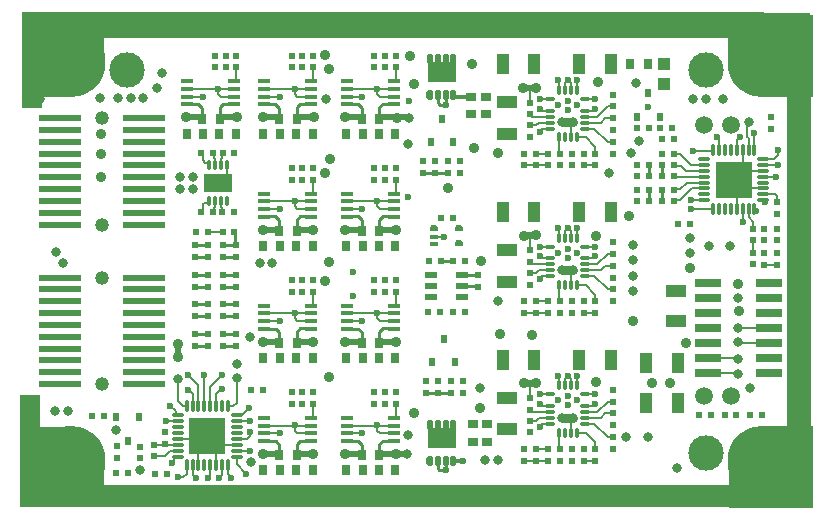
<source format=gbl>
G04 Layer_Physical_Order=10*
G04 Layer_Color=16711680*
%FSLAX44Y44*%
%MOMM*%
G71*
G01*
G75*
G04:AMPARAMS|DCode=14|XSize=0.3mm|YSize=0.8mm|CornerRadius=0.075mm|HoleSize=0mm|Usage=FLASHONLY|Rotation=270.000|XOffset=0mm|YOffset=0mm|HoleType=Round|Shape=RoundedRectangle|*
%AMROUNDEDRECTD14*
21,1,0.3000,0.6500,0,0,270.0*
21,1,0.1500,0.8000,0,0,270.0*
1,1,0.1500,-0.3250,-0.0750*
1,1,0.1500,-0.3250,0.0750*
1,1,0.1500,0.3250,0.0750*
1,1,0.1500,0.3250,-0.0750*
%
%ADD14ROUNDEDRECTD14*%
%ADD17R,0.7000X0.9000*%
%ADD31R,0.6000X0.6000*%
%ADD32R,0.6000X0.6000*%
%ADD35C,0.2000*%
%ADD36C,0.5000*%
%ADD37C,0.2500*%
%ADD39C,0.8000*%
%ADD41R,4.2000X6.1500*%
%ADD42R,2.0750X33.7300*%
%ADD43R,6.9750X4.2000*%
%ADD47C,1.1900*%
%ADD48C,3.0000*%
%ADD49C,6.0000*%
%ADD50C,1.5000*%
%ADD51C,0.8000*%
%ADD52C,0.9000*%
%ADD53C,0.6000*%
%ADD55R,1.6750X3.9000*%
%ADD56R,1.6750X5.5750*%
%ADD57R,1.6750X0.9000*%
%ADD58R,0.9000X1.6750*%
%ADD59R,1.4000X33.7300*%
%ADD60R,4.2000X6.9750*%
%ADD61R,6.4000X4.2000*%
%ADD62R,58.7500X1.1250*%
%ADD63R,58.8000X1.6000*%
%ADD64C,0.6000*%
%ADD71C,0.3000*%
%ADD76R,0.5500X0.8000*%
%ADD77R,1.0000X1.1000*%
%ADD78R,0.8000X0.9000*%
G04:AMPARAMS|DCode=79|XSize=0.45mm|YSize=0.9mm|CornerRadius=0.1125mm|HoleSize=0mm|Usage=FLASHONLY|Rotation=0.000|XOffset=0mm|YOffset=0mm|HoleType=Round|Shape=RoundedRectangle|*
%AMROUNDEDRECTD79*
21,1,0.4500,0.6750,0,0,0.0*
21,1,0.2250,0.9000,0,0,0.0*
1,1,0.2250,0.1125,-0.3375*
1,1,0.2250,-0.1125,-0.3375*
1,1,0.2250,-0.1125,0.3375*
1,1,0.2250,0.1125,0.3375*
%
%ADD79ROUNDEDRECTD79*%
%ADD80R,2.4000X1.7000*%
%ADD81R,1.1000X1.7000*%
%ADD82R,2.2000X0.6500*%
G04:AMPARAMS|DCode=83|XSize=0.4mm|YSize=1.1mm|CornerRadius=0.1mm|HoleSize=0mm|Usage=FLASHONLY|Rotation=270.000|XOffset=0mm|YOffset=0mm|HoleType=Round|Shape=RoundedRectangle|*
%AMROUNDEDRECTD83*
21,1,0.4000,0.9000,0,0,270.0*
21,1,0.2000,1.1000,0,0,270.0*
1,1,0.2000,-0.4500,-0.1000*
1,1,0.2000,-0.4500,0.1000*
1,1,0.2000,0.4500,0.1000*
1,1,0.2000,0.4500,-0.1000*
%
%ADD83ROUNDEDRECTD83*%
%ADD84R,1.7000X1.1000*%
G04:AMPARAMS|DCode=85|XSize=0.3mm|YSize=0.8mm|CornerRadius=0.075mm|HoleSize=0mm|Usage=FLASHONLY|Rotation=0.000|XOffset=0mm|YOffset=0mm|HoleType=Round|Shape=RoundedRectangle|*
%AMROUNDEDRECTD85*
21,1,0.3000,0.6500,0,0,0.0*
21,1,0.1500,0.8000,0,0,0.0*
1,1,0.1500,0.0750,-0.3250*
1,1,0.1500,-0.0750,-0.3250*
1,1,0.1500,-0.0750,0.3250*
1,1,0.1500,0.0750,0.3250*
%
%ADD85ROUNDEDRECTD85*%
G04:AMPARAMS|DCode=86|XSize=0.27mm|YSize=0.45mm|CornerRadius=0.0675mm|HoleSize=0mm|Usage=FLASHONLY|Rotation=0.000|XOffset=0mm|YOffset=0mm|HoleType=Round|Shape=RoundedRectangle|*
%AMROUNDEDRECTD86*
21,1,0.2700,0.3150,0,0,0.0*
21,1,0.1350,0.4500,0,0,0.0*
1,1,0.1350,0.0675,-0.1575*
1,1,0.1350,-0.0675,-0.1575*
1,1,0.1350,-0.0675,0.1575*
1,1,0.1350,0.0675,0.1575*
%
%ADD86ROUNDEDRECTD86*%
%ADD87R,1.8000X1.0000*%
%ADD88R,3.5500X0.6100*%
%ADD89R,1.0000X0.5500*%
%ADD90R,0.8000X0.4000*%
G04:AMPARAMS|DCode=91|XSize=0.3mm|YSize=1mm|CornerRadius=0.075mm|HoleSize=0mm|Usage=FLASHONLY|Rotation=0.000|XOffset=0mm|YOffset=0mm|HoleType=Round|Shape=RoundedRectangle|*
%AMROUNDEDRECTD91*
21,1,0.3000,0.8500,0,0,0.0*
21,1,0.1500,1.0000,0,0,0.0*
1,1,0.1500,0.0750,-0.4250*
1,1,0.1500,-0.0750,-0.4250*
1,1,0.1500,-0.0750,0.4250*
1,1,0.1500,0.0750,0.4250*
%
%ADD91ROUNDEDRECTD91*%
G04:AMPARAMS|DCode=92|XSize=0.3mm|YSize=1mm|CornerRadius=0.075mm|HoleSize=0mm|Usage=FLASHONLY|Rotation=90.000|XOffset=0mm|YOffset=0mm|HoleType=Round|Shape=RoundedRectangle|*
%AMROUNDEDRECTD92*
21,1,0.3000,0.8500,0,0,90.0*
21,1,0.1500,1.0000,0,0,90.0*
1,1,0.1500,0.4250,0.0750*
1,1,0.1500,0.4250,-0.0750*
1,1,0.1500,-0.4250,-0.0750*
1,1,0.1500,-0.4250,0.0750*
%
%ADD92ROUNDEDRECTD92*%
%ADD93R,3.1500X3.1500*%
%ADD94R,3.1500X3.1500*%
%ADD95R,2.4000X1.6500*%
%ADD96R,0.9000X0.7000*%
%ADD97R,58.8500X2.2750*%
%ADD98R,58.8500X1.9000*%
D14*
X406571Y281243D02*
D03*
Y286243D02*
D03*
Y291243D02*
D03*
Y296243D02*
D03*
Y306243D02*
D03*
X436571D02*
D03*
Y296243D02*
D03*
Y291243D02*
D03*
Y286243D02*
D03*
Y281243D02*
D03*
X406571Y156243D02*
D03*
Y161243D02*
D03*
Y166243D02*
D03*
Y171243D02*
D03*
Y181243D02*
D03*
X436571D02*
D03*
Y171243D02*
D03*
Y166243D02*
D03*
Y161243D02*
D03*
Y156243D02*
D03*
X406571Y31242D02*
D03*
Y36242D02*
D03*
Y41242D02*
D03*
Y46242D02*
D03*
Y56242D02*
D03*
X436571D02*
D03*
Y46242D02*
D03*
Y41242D02*
D03*
Y36242D02*
D03*
Y31242D02*
D03*
D17*
X127250Y289500D02*
D03*
X112250D02*
D03*
X192250D02*
D03*
X177250D02*
D03*
X262250D02*
D03*
X247250D02*
D03*
X192250Y194500D02*
D03*
X177250D02*
D03*
X262250D02*
D03*
X247250D02*
D03*
X192250Y99500D02*
D03*
X177250D02*
D03*
X262250D02*
D03*
X247250D02*
D03*
X192250Y4500D02*
D03*
X177250D02*
D03*
X262250D02*
D03*
X247250D02*
D03*
X489250Y335750D02*
D03*
X474250D02*
D03*
D31*
X330750Y254000D02*
D03*
Y244000D02*
D03*
X320167Y254000D02*
D03*
Y244000D02*
D03*
X299000Y254000D02*
D03*
Y244000D02*
D03*
X333000Y57500D02*
D03*
Y67500D02*
D03*
X322417Y57500D02*
D03*
Y67500D02*
D03*
X301250Y57500D02*
D03*
Y67500D02*
D03*
X309583Y254000D02*
D03*
Y244000D02*
D03*
X311833Y57500D02*
D03*
Y67500D02*
D03*
X593750Y290750D02*
D03*
Y280750D02*
D03*
X588000Y196500D02*
D03*
Y186500D02*
D03*
X599000Y196500D02*
D03*
Y186500D02*
D03*
X588000Y176000D02*
D03*
Y166000D02*
D03*
X599000D02*
D03*
Y176000D02*
D03*
X188000Y48000D02*
D03*
Y58000D02*
D03*
X258000D02*
D03*
Y48000D02*
D03*
X188000Y143000D02*
D03*
Y153000D02*
D03*
X258000D02*
D03*
Y143000D02*
D03*
X188000Y238000D02*
D03*
Y248000D02*
D03*
X258000D02*
D03*
Y238000D02*
D03*
Y333000D02*
D03*
Y343000D02*
D03*
X188000D02*
D03*
Y333000D02*
D03*
X123000D02*
D03*
Y343000D02*
D03*
X117437Y107500D02*
D03*
Y97500D02*
D03*
X140719D02*
D03*
Y107500D02*
D03*
X117437Y132417D02*
D03*
Y122417D02*
D03*
X140719D02*
D03*
Y132417D02*
D03*
X117437Y157333D02*
D03*
Y147333D02*
D03*
X140719D02*
D03*
Y157333D02*
D03*
Y172250D02*
D03*
Y182250D02*
D03*
X117437D02*
D03*
Y172250D02*
D03*
X389571Y43243D02*
D03*
Y53243D02*
D03*
Y178242D02*
D03*
Y168242D02*
D03*
Y293242D02*
D03*
Y303242D02*
D03*
X425000Y10000D02*
D03*
Y0D02*
D03*
Y125000D02*
D03*
Y135000D02*
D03*
Y260000D02*
D03*
Y250000D02*
D03*
X460000Y20000D02*
D03*
Y10000D02*
D03*
Y135000D02*
D03*
Y145000D02*
D03*
Y270000D02*
D03*
Y260000D02*
D03*
X389571Y23993D02*
D03*
Y33993D02*
D03*
Y158993D02*
D03*
Y148993D02*
D03*
Y273993D02*
D03*
Y283993D02*
D03*
X405000Y0D02*
D03*
Y10000D02*
D03*
Y135000D02*
D03*
Y125000D02*
D03*
Y250000D02*
D03*
Y260000D02*
D03*
X206000Y58000D02*
D03*
Y48000D02*
D03*
X276000D02*
D03*
Y58000D02*
D03*
X206000Y153000D02*
D03*
Y143000D02*
D03*
X276000D02*
D03*
Y153000D02*
D03*
X206000Y248000D02*
D03*
Y238000D02*
D03*
X276000D02*
D03*
Y248000D02*
D03*
Y343000D02*
D03*
Y333000D02*
D03*
X206000D02*
D03*
Y343000D02*
D03*
X141000D02*
D03*
Y333000D02*
D03*
X197000Y48000D02*
D03*
Y58000D02*
D03*
X267000D02*
D03*
Y48000D02*
D03*
X197000Y143000D02*
D03*
Y153000D02*
D03*
X267000D02*
D03*
Y143000D02*
D03*
X197000Y238000D02*
D03*
Y248000D02*
D03*
X267000D02*
D03*
Y238000D02*
D03*
Y333000D02*
D03*
Y343000D02*
D03*
X197000D02*
D03*
Y333000D02*
D03*
X132000D02*
D03*
Y343000D02*
D03*
X106094Y107500D02*
D03*
Y97500D02*
D03*
X129375D02*
D03*
Y107500D02*
D03*
X106094Y132417D02*
D03*
Y122417D02*
D03*
X129375D02*
D03*
Y132417D02*
D03*
X106094Y157333D02*
D03*
Y147333D02*
D03*
X129375D02*
D03*
Y157333D02*
D03*
Y172250D02*
D03*
Y182250D02*
D03*
X106094D02*
D03*
Y172250D02*
D03*
X460000Y60000D02*
D03*
Y50000D02*
D03*
Y175000D02*
D03*
Y185000D02*
D03*
Y310000D02*
D03*
Y300000D02*
D03*
X395000Y10000D02*
D03*
Y0D02*
D03*
Y125000D02*
D03*
Y135000D02*
D03*
Y260000D02*
D03*
Y250000D02*
D03*
X415000Y0D02*
D03*
Y10000D02*
D03*
Y135000D02*
D03*
Y125000D02*
D03*
Y250000D02*
D03*
Y260000D02*
D03*
X435000Y0D02*
D03*
Y10000D02*
D03*
Y135000D02*
D03*
Y125000D02*
D03*
Y250000D02*
D03*
Y260000D02*
D03*
X345250Y147500D02*
D03*
Y157500D02*
D03*
X445000Y0D02*
D03*
Y10000D02*
D03*
Y135000D02*
D03*
Y125000D02*
D03*
Y250000D02*
D03*
Y260000D02*
D03*
X460000Y40000D02*
D03*
Y30000D02*
D03*
Y155000D02*
D03*
Y165000D02*
D03*
Y290000D02*
D03*
Y280000D02*
D03*
X385000Y10000D02*
D03*
Y0D02*
D03*
Y125000D02*
D03*
Y135000D02*
D03*
Y260000D02*
D03*
Y250000D02*
D03*
X599000Y218750D02*
D03*
Y208750D02*
D03*
X59500Y2000D02*
D03*
Y12000D02*
D03*
X39750Y12250D02*
D03*
Y2250D02*
D03*
X578750Y176250D02*
D03*
Y166250D02*
D03*
X578500Y196500D02*
D03*
Y186500D02*
D03*
X80500Y24500D02*
D03*
Y14500D02*
D03*
X71500Y13750D02*
D03*
Y3750D02*
D03*
D32*
X121250Y260500D02*
D03*
X111250D02*
D03*
Y210500D02*
D03*
X121250D02*
D03*
X129250D02*
D03*
X139250D02*
D03*
X139500Y260500D02*
D03*
X129500D02*
D03*
X511500Y272000D02*
D03*
X501500D02*
D03*
X515250Y200750D02*
D03*
X525250D02*
D03*
X19000Y37500D02*
D03*
X29000D02*
D03*
X554500Y39000D02*
D03*
X564500D02*
D03*
X543000Y39000D02*
D03*
X533000D02*
D03*
X586000Y39000D02*
D03*
X576000D02*
D03*
X334250Y168750D02*
D03*
X324250D02*
D03*
X490500Y219500D02*
D03*
X480500D02*
D03*
X511500D02*
D03*
X501500D02*
D03*
X490500Y229000D02*
D03*
X480500D02*
D03*
X511500D02*
D03*
X501500D02*
D03*
X490500Y241000D02*
D03*
X480500D02*
D03*
X511500D02*
D03*
X501500D02*
D03*
Y260000D02*
D03*
X511500D02*
D03*
Y250500D02*
D03*
X501500D02*
D03*
X490500D02*
D03*
X480500D02*
D03*
X107250Y193750D02*
D03*
X117250D02*
D03*
X39250Y-10750D02*
D03*
X49250D02*
D03*
X153250Y60250D02*
D03*
X163250D02*
D03*
X324500Y205250D02*
D03*
X314500D02*
D03*
X304000Y168750D02*
D03*
X314000D02*
D03*
X303750Y126250D02*
D03*
X313750D02*
D03*
X139500Y193750D02*
D03*
X129500D02*
D03*
X324250Y126250D02*
D03*
X334250D02*
D03*
X499500Y281750D02*
D03*
X509500D02*
D03*
X480500Y281750D02*
D03*
X490500D02*
D03*
X72000Y-11000D02*
D03*
X82000D02*
D03*
D35*
X588000Y166000D02*
X599000D01*
X125500Y314750D02*
X139500D01*
X260500D02*
X274500D01*
X190500D02*
X204500D01*
X53000Y85000D02*
X62550D01*
X48250Y95000D02*
X62550D01*
X87750Y3500D02*
X91500D01*
X96250Y-14000D02*
X99000Y-11250D01*
Y-4000D01*
X104000Y-11750D02*
X106250Y-14000D01*
X104000Y-11750D02*
Y-4000D01*
X81750Y33500D02*
X91500D01*
X85250Y46500D02*
X90000Y41750D01*
Y38500D02*
Y41750D01*
Y38500D02*
X91500D01*
X91250Y69500D02*
X91750Y69000D01*
Y50500D02*
Y69000D01*
Y50500D02*
X96250Y46000D01*
X99000D01*
X71500Y3750D02*
X80250D01*
X85000Y8500D01*
X91500D01*
X71750Y13500D02*
X91500D01*
X109000Y-4000D02*
Y13500D01*
X91500Y18500D02*
X114000D01*
X599750Y259000D02*
Y262750D01*
X596250Y255500D02*
X599750Y259000D01*
X587250Y255500D02*
X596250D01*
X393750Y314750D02*
X394500D01*
X389571Y53243D02*
Y65679D01*
Y189750D02*
X394500D01*
X389571Y178242D02*
Y189750D01*
X569750Y201750D02*
Y213000D01*
X578750Y176250D02*
Y186250D01*
X578500Y196500D02*
Y202250D01*
X574750Y206000D02*
X578500Y202250D01*
X574750Y206000D02*
Y213000D01*
X587250Y240500D02*
X597500D01*
X564750Y271750D02*
X567250Y274250D01*
X564750Y263000D02*
Y271750D01*
X569750Y245500D02*
Y263000D01*
X562250Y238000D02*
X569750Y245500D01*
X587250D01*
X599000Y217250D02*
Y223750D01*
X597250Y225500D02*
X599000Y223750D01*
X587250Y225500D02*
X597250D01*
X564750Y213000D02*
Y235500D01*
X569750Y230500D02*
X587250D01*
X141500Y33500D02*
X153250D01*
X151500Y44250D02*
Y44750D01*
X145750Y38500D02*
X151500Y44250D01*
X141500Y38500D02*
X145750D01*
X124000Y13500D02*
X141500D01*
X116500Y21000D02*
X124000Y13500D01*
Y-4000D02*
Y13500D01*
X164500Y23250D02*
X178250D01*
X141500Y49000D02*
Y70250D01*
X138500Y46000D02*
X141500Y49000D01*
X134000Y46000D02*
X138500D01*
X141500Y-3000D02*
X149500Y-11000D01*
X141500Y-3000D02*
Y3500D01*
X134000Y-11500D02*
X136750Y-14250D01*
X134000Y-11500D02*
Y-4000D01*
X126500Y-14250D02*
X129000Y-11750D01*
Y-4000D01*
X389571Y303242D02*
Y315250D01*
X455500Y175000D02*
X460000D01*
X395000Y260000D02*
X405000D01*
X395000Y135000D02*
X405000D01*
X395000Y10000D02*
X405000D01*
X414071Y135929D02*
Y148743D01*
X424071Y282571D02*
X427000Y285500D01*
X424071Y273743D02*
Y282571D01*
X414071Y260929D02*
Y273743D01*
X395000Y250000D02*
X405000D01*
X385000D02*
X395000D01*
X397750Y278750D02*
X400243Y281243D01*
X406571D01*
X396992Y286243D02*
X406571D01*
X394743Y283993D02*
X396992Y286243D01*
X389571Y283993D02*
X394743D01*
X455500Y300000D02*
X460000D01*
X446743Y291243D02*
X455500Y300000D01*
X436571Y291243D02*
X446743D01*
X453500Y290000D02*
X460000D01*
X449743Y286243D02*
X453500Y290000D01*
X436571Y286243D02*
X449743D01*
X455500Y270000D02*
X460000D01*
X444258Y281243D02*
X455500Y270000D01*
X436571Y281243D02*
X444258D01*
X445000Y260000D02*
Y265750D01*
X437007Y273743D02*
X445000Y265750D01*
X429071Y273743D02*
X437007D01*
X391571Y291243D02*
X406571D01*
X419071Y319571D02*
X421500Y322000D01*
X419071Y313743D02*
Y319571D01*
X421500Y322000D02*
X424071Y319429D01*
Y313743D02*
Y319429D01*
X429071Y313743D02*
Y321321D01*
X414071Y313743D02*
Y321179D01*
X399757Y296243D02*
X406571D01*
X436571D02*
X443242D01*
X436571Y306243D02*
X444992D01*
X398008D02*
X406571D01*
X424071Y157571D02*
X427000Y160500D01*
X424071Y148743D02*
Y157571D01*
X395000Y125000D02*
X405000D01*
X385000D02*
X395000D01*
X397750Y153750D02*
X400243Y156243D01*
X406571D01*
X396992Y161243D02*
X406571D01*
X394743Y158993D02*
X396992Y161243D01*
X389571Y158993D02*
X394743D01*
X446743Y166243D02*
X455500Y175000D01*
X436571Y166243D02*
X446743D01*
X453500Y165000D02*
X460000D01*
X449743Y161243D02*
X453500Y165000D01*
X436571Y161243D02*
X449743D01*
X455500Y145000D02*
X460000D01*
X444258Y156243D02*
X455500Y145000D01*
X436571Y156243D02*
X444258D01*
X445000Y135000D02*
Y140750D01*
X437007Y148743D02*
X445000Y140750D01*
X429071Y148743D02*
X437007D01*
X391571Y166243D02*
X406571D01*
X419071Y194571D02*
X421500Y197000D01*
X419071Y188743D02*
Y194571D01*
X421500Y197000D02*
X424071Y194429D01*
Y188743D02*
Y194429D01*
X429071Y188743D02*
Y196321D01*
X414071Y188743D02*
Y196179D01*
X399757Y171243D02*
X406571D01*
X436571D02*
X443242D01*
X436571Y181243D02*
X444992D01*
X398008D02*
X406571D01*
X99500Y308250D02*
X112750D01*
X127750D02*
X139500D01*
X99500Y314750D02*
X125500D01*
Y315000D01*
Y310500D02*
Y314750D01*
Y310500D02*
X127750Y308250D01*
X141000Y322750D02*
Y333000D01*
X139500Y321250D02*
X141000Y322750D01*
X164500Y308250D02*
X177750D01*
X192750D02*
X204500D01*
X190500Y314750D02*
Y315000D01*
X164500Y314750D02*
X190500D01*
Y310500D02*
Y314750D01*
Y310500D02*
X192750Y308250D01*
X206000Y322750D02*
Y333000D01*
X204500Y321250D02*
X206000Y322750D01*
X234500Y308250D02*
X247750D01*
X262750D02*
X274500D01*
X260500Y314750D02*
Y315000D01*
X234500Y314750D02*
X260500D01*
Y310500D02*
Y314750D01*
Y310500D02*
X262750Y308250D01*
X276000Y322750D02*
Y333000D01*
X274500Y321250D02*
X276000Y322750D01*
X164500Y213250D02*
X177750D01*
X190500Y219750D02*
X204500D01*
X192750Y213250D02*
X204500D01*
X190500Y219750D02*
Y220000D01*
X164500Y219750D02*
X190500D01*
Y215500D02*
Y219750D01*
Y215500D02*
X192750Y213250D01*
X206000Y227750D02*
Y238000D01*
X204500Y226250D02*
X206000Y227750D01*
X234500Y213250D02*
X247750D01*
X260500Y219750D02*
X274500D01*
X262750Y213250D02*
X274500D01*
X260500Y219750D02*
Y220000D01*
X234500Y219750D02*
X260500D01*
Y215500D02*
Y219750D01*
Y215500D02*
X262750Y213250D01*
X276000Y227750D02*
Y238000D01*
X274500Y226250D02*
X276000Y227750D01*
X234500Y118250D02*
X247750D01*
X260500Y124750D02*
X274500D01*
X262750Y118250D02*
X274500D01*
X260500Y120500D02*
X262750Y118250D01*
X260500Y124750D02*
Y125000D01*
X234500Y124750D02*
X260500D01*
Y120500D02*
Y124750D01*
X276000Y132750D02*
Y143000D01*
X274500Y131250D02*
X276000Y132750D01*
X164500Y118250D02*
X177750D01*
X190500Y124750D02*
X204500D01*
X192750Y118250D02*
X204500D01*
X190500Y120500D02*
X192750Y118250D01*
X190500Y124750D02*
Y125000D01*
Y120500D02*
Y124750D01*
X164500D02*
X190500D01*
X206000Y132750D02*
Y143000D01*
X204500Y131250D02*
X206000Y132750D01*
X190500Y29750D02*
X204500D01*
X192750Y23250D02*
X204500D01*
X190500Y29750D02*
Y30000D01*
X164500Y29750D02*
X190500D01*
Y25500D02*
Y29750D01*
Y25500D02*
X192750Y23250D01*
X206000Y37750D02*
Y48000D01*
X204500Y36250D02*
X206000Y37750D01*
X274500Y36250D02*
X276000Y37750D01*
Y48000D01*
X234500Y23250D02*
X247750D01*
X260500Y29750D02*
X274500D01*
X234500D02*
X260500D01*
Y30000D01*
Y25500D02*
Y29750D01*
Y25500D02*
X262750Y23250D01*
X274500D01*
X-17750Y105000D02*
X-8550D01*
Y115000D02*
X-8500D01*
X-1000Y125250D02*
X-750Y125000D01*
X-8550D02*
X-750D01*
X-8550Y135000D02*
X0D01*
X62550Y95000D02*
X71000D01*
X62550Y85000D02*
X76000D01*
X114000Y46000D02*
Y72250D01*
X124000Y46000D02*
Y56500D01*
X128000Y60500D01*
X119000Y46000D02*
Y62750D01*
X128000Y71750D01*
Y60500D02*
X128500D01*
X128750D01*
X128000Y71750D02*
X128500D01*
X99000Y60500D02*
X99750D01*
X104000Y56250D01*
Y46000D02*
Y56250D01*
X99000Y71750D02*
X101250D01*
X109000Y64000D01*
Y46000D02*
Y64000D01*
X511750Y240500D02*
X537250D01*
X527250Y262000D02*
X545000D01*
X549750Y263000D02*
Y272750D01*
X548250Y274250D02*
X549750Y272750D01*
X526000Y213000D02*
X544750D01*
X526000Y220500D02*
X537250D01*
X511500Y260000D02*
X516750D01*
X526250Y250500D01*
X537250D01*
X511500Y249750D02*
X517250D01*
X521500Y245500D01*
X537250D01*
X517000Y230000D02*
X522500Y235500D01*
X537250D01*
X516500Y220500D02*
X526500Y230500D01*
X537250D01*
X511500Y220500D02*
X516500D01*
X511500Y230000D02*
X517000D01*
X398008Y56242D02*
X406571D01*
X436571D02*
X444992D01*
X436571Y46242D02*
X443242D01*
X399757D02*
X406571D01*
X414071Y63742D02*
Y71179D01*
X429071Y63742D02*
Y71321D01*
X424071Y63742D02*
Y69429D01*
X421500Y72000D02*
X424071Y69429D01*
X419071Y63742D02*
Y69571D01*
X421500Y72000D01*
X391571Y41242D02*
X406571D01*
X429071Y23742D02*
X437007D01*
X445000Y15750D01*
Y10000D02*
Y15750D01*
X436571Y31242D02*
X444258D01*
X455500Y20000D01*
X460000D01*
X436571Y36242D02*
X449743D01*
X453500Y40000D01*
X460000D01*
X436571Y41242D02*
X446743D01*
X455500Y50000D01*
X460000D01*
X389571Y33993D02*
X394743D01*
X396992Y36242D01*
X406571D01*
X400243Y31242D02*
X406571D01*
X397750Y28750D02*
X400243Y31242D01*
X385000Y0D02*
X395000D01*
X405000D01*
X414071Y10929D02*
Y23742D01*
X424071D02*
Y32571D01*
X427000Y35500D01*
X308250Y189750D02*
X317000D01*
X579750Y263000D02*
Y277000D01*
X579750Y277000D02*
X579750Y277000D01*
X587250Y250500D02*
X599750D01*
X435000Y250000D02*
X445000D01*
X435000Y125000D02*
X445000D01*
X435000Y0D02*
X445000D01*
X574750Y263000D02*
Y273000D01*
X573750Y274000D02*
X574750Y273000D01*
X573750Y274000D02*
Y286250D01*
X141500Y8500D02*
X152000D01*
X153000Y9500D01*
X540000Y86600D02*
X565650D01*
X566000Y112000D02*
X592000D01*
X565800Y99300D02*
X592000D01*
X-8550Y145000D02*
X3750D01*
X4000D01*
X540000Y73900D02*
X565850D01*
X119000Y-12000D02*
Y-4000D01*
X116750Y-14250D02*
X119000Y-12000D01*
X91500Y-14000D02*
X96250D01*
X87750Y3500D02*
X88250Y3000D01*
X87000Y-2250D02*
X88250Y-1000D01*
Y3000D01*
X141500Y18500D02*
X150500D01*
X152750Y20750D01*
Y23500D01*
X128500Y256250D02*
Y259500D01*
X117250Y193750D02*
X129500D01*
X132750Y239500D02*
Y249750D01*
X127750Y255500D02*
X128500Y256250D01*
X127750Y250250D02*
Y255500D01*
X122000Y256250D02*
Y259750D01*
Y256250D02*
X122750Y255500D01*
Y250250D02*
Y255500D01*
X112500Y254500D02*
Y259250D01*
Y254500D02*
X114750Y252250D01*
X117500Y252250D01*
X122000Y211250D02*
Y214500D01*
X122750Y215250D01*
Y220250D01*
X127750Y215250D02*
Y219000D01*
Y215250D02*
X128500Y214500D01*
Y211250D02*
Y214500D01*
X112500Y211750D02*
Y217000D01*
X114000Y218500D01*
X117750Y218500D01*
D36*
X384000Y315750D02*
X394500D01*
X91750Y88250D02*
Y98500D01*
X193500Y290750D02*
X194000Y290250D01*
X263500Y100750D02*
X276000D01*
X263500Y195750D02*
X276000D01*
Y5750D02*
X285750D01*
X263500D02*
X276000D01*
Y290750D02*
X276250Y291000D01*
X263500Y290750D02*
X276000D01*
X99250D02*
X111000D01*
X164250D02*
X176000D01*
X234250D02*
X246000D01*
X193500Y195750D02*
X206000D01*
X164250D02*
X176000D01*
X234250D02*
X246000D01*
X234250Y100750D02*
X246000D01*
X193500D02*
X206000D01*
X164250D02*
X176000D01*
X193500Y5750D02*
X206000D01*
X164250D02*
X176000D01*
X234250D02*
X246000D01*
X276250Y291000D02*
X285250D01*
X128500Y290750D02*
X128750Y291000D01*
X141750D01*
X194750D02*
X206750D01*
X194000Y290250D02*
X194750Y291000D01*
D37*
X313750Y301250D02*
X318250D01*
X311750Y303250D02*
X313750Y301250D01*
X318250Y303250D02*
Y309750D01*
X244250Y16750D02*
X247250Y13750D01*
X234500Y16750D02*
X244250D01*
Y111750D02*
X247250Y108750D01*
X234500Y111750D02*
X244250D01*
X174250D02*
X177250Y108750D01*
X164500Y111750D02*
X174250D01*
Y16750D02*
X177250Y13750D01*
X164500Y16750D02*
X174250D01*
X313000Y-8000D02*
X318250D01*
X311750Y-6750D02*
X313000Y-8000D01*
X314000Y168750D02*
X324250D01*
X332000Y147750D02*
X345000D01*
X332000Y157250D02*
X345000D01*
X112250Y289500D02*
Y298750D01*
X108750Y302250D02*
X112250Y298750D01*
X100000Y302250D02*
X108750D01*
X99500Y301750D02*
X100000Y302250D01*
X130000Y302000D02*
X139250D01*
X127250Y299250D02*
X130000Y302000D01*
X127250Y289500D02*
Y299250D01*
X177250Y289500D02*
Y298750D01*
X173750Y302250D02*
X177250Y298750D01*
X165000Y302250D02*
X173750D01*
X164500Y301750D02*
X165000Y302250D01*
X195000Y302000D02*
X204250D01*
X192250Y299250D02*
X195000Y302000D01*
X192250Y289500D02*
Y299250D01*
X247250Y289500D02*
Y298750D01*
X243750Y302250D02*
X247250Y298750D01*
X235000Y302250D02*
X243750D01*
X234500Y301750D02*
X235000Y302250D01*
X265000Y302000D02*
X274250D01*
X262250Y299250D02*
X265000Y302000D01*
X262250Y289500D02*
Y299250D01*
X177250Y194500D02*
Y203750D01*
X173750Y207250D02*
X177250Y203750D01*
X165000Y207250D02*
X173750D01*
X164500Y206750D02*
X165000Y207250D01*
X195000Y207000D02*
X204250D01*
X192250Y204250D02*
X195000Y207000D01*
X192250Y194500D02*
Y204250D01*
X247250Y194500D02*
Y203750D01*
X243750Y207250D02*
X247250Y203750D01*
X235000Y207250D02*
X243750D01*
X234500Y206750D02*
X235000Y207250D01*
X265000Y207000D02*
X274250D01*
X262250Y204250D02*
X265000Y207000D01*
X262250Y194500D02*
Y204250D01*
X247250Y99500D02*
Y108750D01*
X265000Y112000D02*
X274250D01*
X262250Y109250D02*
X265000Y112000D01*
X262250Y99500D02*
Y109250D01*
X177250Y99500D02*
Y108750D01*
X195000Y112000D02*
X204250D01*
X192250Y109250D02*
X195000Y112000D01*
X192250Y99500D02*
Y109250D01*
X177250Y4500D02*
Y13750D01*
X195000Y17000D02*
X204250D01*
X192250Y14250D02*
X195000Y17000D01*
X192250Y4500D02*
Y14250D01*
X265000Y17000D02*
X274250D01*
X262250Y14250D02*
X265000Y17000D01*
X262250Y4500D02*
Y14250D01*
X247250Y4500D02*
Y13750D01*
X106094Y172250D02*
X117437D01*
X129375D02*
X140719D01*
X129375Y147333D02*
X140719D01*
X106094D02*
X117437D01*
X106094Y122417D02*
X117437D01*
X129375D02*
X140719D01*
X129375Y97500D02*
X140719D01*
X106094D02*
X117437D01*
X106094Y182250D02*
X117437D01*
X129375D02*
X140219D01*
X129375Y157333D02*
X140719D01*
X106094D02*
X117437D01*
X129375Y132417D02*
X140719D01*
X129375Y107500D02*
X140719D01*
X106094D02*
X117437D01*
X106094Y132417D02*
X117437D01*
X490500Y241000D02*
Y250500D01*
X490500Y219500D02*
Y229000D01*
X501500Y241000D02*
Y250500D01*
X501500Y219500D02*
Y229000D01*
X311750Y-6750D02*
Y-250D01*
X318250Y-8000D02*
Y-250D01*
X311750Y303250D02*
Y309750D01*
X301250Y57500D02*
X311833D01*
X322417D01*
X299000Y244000D02*
X309583D01*
X320167D01*
X140219Y182250D02*
Y192531D01*
D39*
X417000Y286500D02*
X426250D01*
X417000Y161500D02*
X426250D01*
X417000Y36500D02*
X426250D01*
D41*
X-21250Y-1750D02*
D03*
Y-8250D02*
D03*
D42*
X617625Y168850D02*
D03*
D43*
X-5375Y-18250D02*
D03*
Y358750D02*
D03*
X592625Y-19250D02*
D03*
X592375Y358250D02*
D03*
D47*
X27000Y155000D02*
D03*
Y65000D02*
D03*
Y200000D02*
D03*
Y290000D02*
D03*
D48*
X48650Y330650D02*
D03*
X538650Y6650D02*
D03*
Y330650D02*
D03*
D49*
X587300Y0D02*
D03*
Y337300D02*
D03*
X0D02*
D03*
Y0D02*
D03*
D50*
X559550Y284250D02*
D03*
Y54450D02*
D03*
X536950D02*
D03*
Y284250D02*
D03*
D51*
X566000Y137500D02*
D03*
X514000Y-6250D02*
D03*
X476750Y156250D02*
D03*
X347500Y61250D02*
D03*
X351750Y500D02*
D03*
X25500Y307250D02*
D03*
X41250Y306750D02*
D03*
X51750Y307000D02*
D03*
X152250Y104750D02*
D03*
X559000Y182000D02*
D03*
X541500Y181750D02*
D03*
X482250Y271000D02*
D03*
X141500Y81500D02*
D03*
X91250Y69500D02*
D03*
X141500Y70250D02*
D03*
X565750Y100250D02*
D03*
X566000Y86000D02*
D03*
X62250Y307000D02*
D03*
X171000Y167500D02*
D03*
X161000D02*
D03*
X285750Y5750D02*
D03*
X538500Y306250D02*
D03*
X528000D02*
D03*
X426250Y286500D02*
D03*
X417000D02*
D03*
X426250Y161500D02*
D03*
X417000D02*
D03*
X363000Y135500D02*
D03*
X-1750Y42000D02*
D03*
X73500Y315500D02*
D03*
X552750Y306250D02*
D03*
X36750Y361750D02*
D03*
X-12250Y42250D02*
D03*
X39250Y26000D02*
D03*
X538500Y-24750D02*
D03*
X612000Y287500D02*
D03*
X552250Y361750D02*
D03*
X-24750Y306500D02*
D03*
X611750Y32000D02*
D03*
X362500Y500D02*
D03*
X417000Y36500D02*
D03*
X426250D02*
D03*
X489750Y20000D02*
D03*
X479500Y319500D02*
D03*
X476750Y143950D02*
D03*
Y169983D02*
D03*
X475000Y260250D02*
D03*
X525000Y188500D02*
D03*
X456250Y243750D02*
D03*
X476750Y183000D02*
D03*
X286500Y21500D02*
D03*
X217000Y306250D02*
D03*
X77750Y328250D02*
D03*
X287000Y290500D02*
D03*
X575000Y287000D02*
D03*
X310750Y361750D02*
D03*
X59250Y-8250D02*
D03*
X153750Y-1250D02*
D03*
X575750Y62000D02*
D03*
X566000Y112000D02*
D03*
X-11750Y176750D02*
D03*
X-5500Y167250D02*
D03*
X471000Y20000D02*
D03*
X525000Y175750D02*
D03*
X566000Y73750D02*
D03*
X469000Y362250D02*
D03*
X104000Y230000D02*
D03*
X93750Y229750D02*
D03*
X104000Y240000D02*
D03*
X93750D02*
D03*
X27750Y-24750D02*
D03*
X286500Y268000D02*
D03*
D52*
X566250Y127000D02*
D03*
X220000Y255750D02*
D03*
X216250Y243500D02*
D03*
X566000Y149500D02*
D03*
X91750Y98500D02*
D03*
X276000Y100750D02*
D03*
Y195750D02*
D03*
X447500Y320500D02*
D03*
X26750Y277000D02*
D03*
Y259750D02*
D03*
X521500Y99750D02*
D03*
X508250Y65750D02*
D03*
X91750Y88250D02*
D03*
X342500Y264500D02*
D03*
X363000Y260500D02*
D03*
X394500Y315750D02*
D03*
X445250Y190500D02*
D03*
X394500Y190750D02*
D03*
X98250Y290750D02*
D03*
X163250D02*
D03*
X233250D02*
D03*
X206000Y195750D02*
D03*
X163250D02*
D03*
X233250D02*
D03*
Y100750D02*
D03*
X206000D02*
D03*
X163250D02*
D03*
X206000Y5750D02*
D03*
X163250D02*
D03*
X233250D02*
D03*
X276000D02*
D03*
X364000Y107500D02*
D03*
X340250Y336000D02*
D03*
X219250Y168250D02*
D03*
X287750Y343000D02*
D03*
X394500Y65750D02*
D03*
X445250Y66500D02*
D03*
X391500Y106250D02*
D03*
X493250Y65750D02*
D03*
X476750Y118500D02*
D03*
X525000Y163000D02*
D03*
X291750Y40000D02*
D03*
Y319250D02*
D03*
X141750Y290750D02*
D03*
X206750Y291000D02*
D03*
X277250Y290500D02*
D03*
X384000Y315750D02*
D03*
X348250Y169500D02*
D03*
X384500Y65750D02*
D03*
X384250Y190500D02*
D03*
X26500Y240250D02*
D03*
X215750Y152250D02*
D03*
X219500Y331750D02*
D03*
X216500Y343500D02*
D03*
X473750Y207250D02*
D03*
X347500Y44750D02*
D03*
X219250Y71000D02*
D03*
X320250Y230750D02*
D03*
D53*
X490000Y299250D02*
D03*
X287000Y304750D02*
D03*
X286500Y223250D02*
D03*
X318250Y-7750D02*
D03*
X68750Y115000D02*
D03*
X63750Y105000D02*
D03*
X53000Y85000D02*
D03*
X48250Y95000D02*
D03*
X72000D02*
D03*
X48250Y65000D02*
D03*
X76000Y75000D02*
D03*
X318250Y301250D02*
D03*
X72000Y-11000D02*
D03*
X82000Y-11000D02*
D03*
X106750Y-14250D02*
D03*
X81750Y33500D02*
D03*
X85250Y46500D02*
D03*
X80500Y24500D02*
D03*
X71500Y3750D02*
D03*
X392000Y338500D02*
D03*
X39750Y2250D02*
D03*
Y12250D02*
D03*
X39500Y36750D02*
D03*
X58500D02*
D03*
X49000Y16750D02*
D03*
X59500Y2000D02*
D03*
Y12000D02*
D03*
X490000Y311000D02*
D03*
X499500Y290250D02*
D03*
X569750Y201750D02*
D03*
X515250Y49000D02*
D03*
Y82500D02*
D03*
X488250D02*
D03*
Y49000D02*
D03*
X578500Y186500D02*
D03*
X578750Y166250D02*
D03*
X567500Y274500D02*
D03*
X598000Y240500D02*
D03*
X573250Y249250D02*
D03*
X528000Y262000D02*
D03*
X550750Y226500D02*
D03*
X599750Y250500D02*
D03*
X581250Y211250D02*
D03*
X589000Y219000D02*
D03*
X599000Y208750D02*
D03*
Y218750D02*
D03*
X480500Y281750D02*
D03*
X499500Y281750D02*
D03*
X509500D02*
D03*
X490500Y281750D02*
D03*
X480500Y290250D02*
D03*
X151500Y44750D02*
D03*
X105750Y10250D02*
D03*
X127250Y31500D02*
D03*
X178250Y23250D02*
D03*
X153000Y8000D02*
D03*
X152500Y33750D02*
D03*
X149500Y-11000D02*
D03*
X55000Y145000D02*
D03*
X126500Y-14250D02*
D03*
X136750D02*
D03*
X68000Y290000D02*
D03*
X76750D02*
D03*
X5250D02*
D03*
X460000Y175000D02*
D03*
X425000Y260000D02*
D03*
Y250000D02*
D03*
X415000D02*
D03*
X425000Y125000D02*
D03*
Y135000D02*
D03*
X415000D02*
D03*
Y125000D02*
D03*
X429250Y301250D02*
D03*
X413750D02*
D03*
X415000Y260000D02*
D03*
X397750Y278750D02*
D03*
X445000Y260000D02*
D03*
X421500Y322000D02*
D03*
X366500Y335500D02*
D03*
X445000Y306250D02*
D03*
X429750Y322000D02*
D03*
X389571Y273993D02*
D03*
Y293242D02*
D03*
Y283993D02*
D03*
X421571Y296793D02*
D03*
Y304492D02*
D03*
X413250Y322000D02*
D03*
X460000Y310000D02*
D03*
Y300000D02*
D03*
Y260000D02*
D03*
Y270000D02*
D03*
Y280000D02*
D03*
Y290000D02*
D03*
X385000Y260000D02*
D03*
X405000D02*
D03*
X395000Y250000D02*
D03*
X435000Y260000D02*
D03*
Y250000D02*
D03*
X398000Y306250D02*
D03*
Y298000D02*
D03*
X445000D02*
D03*
X370000Y276500D02*
D03*
Y303500D02*
D03*
X458500Y335500D02*
D03*
X431500D02*
D03*
X429250Y176250D02*
D03*
X413750D02*
D03*
X397750Y153750D02*
D03*
X445000Y135000D02*
D03*
X421500Y197000D02*
D03*
X366500Y210500D02*
D03*
X393500D02*
D03*
X445000Y181250D02*
D03*
X429750Y197000D02*
D03*
X389571Y148993D02*
D03*
Y168242D02*
D03*
Y158993D02*
D03*
X421571Y171793D02*
D03*
Y179492D02*
D03*
X413250Y197000D02*
D03*
X460000Y185000D02*
D03*
Y135000D02*
D03*
Y145000D02*
D03*
Y155000D02*
D03*
Y165000D02*
D03*
X385000Y135000D02*
D03*
X405000D02*
D03*
X395000Y125000D02*
D03*
X435000Y135000D02*
D03*
Y125000D02*
D03*
X398000Y181250D02*
D03*
Y173000D02*
D03*
X445000D02*
D03*
X370000Y151500D02*
D03*
Y178500D02*
D03*
X458500Y210500D02*
D03*
X431500D02*
D03*
X276000Y58000D02*
D03*
X123000Y343000D02*
D03*
Y333000D02*
D03*
X126750Y277000D02*
D03*
X140750D02*
D03*
X113000Y277000D02*
D03*
X99000D02*
D03*
X141000Y333000D02*
D03*
Y343000D02*
D03*
X132000D02*
D03*
Y333000D02*
D03*
X112750Y308250D02*
D03*
X125500Y315000D02*
D03*
X188000Y343000D02*
D03*
Y333000D02*
D03*
X191750Y277000D02*
D03*
X205750D02*
D03*
X178000Y277000D02*
D03*
X164000D02*
D03*
X206000Y333000D02*
D03*
Y343000D02*
D03*
X197000D02*
D03*
Y333000D02*
D03*
X177750Y308250D02*
D03*
X190500Y315000D02*
D03*
X258000Y343000D02*
D03*
Y333000D02*
D03*
X261750Y277000D02*
D03*
X275750D02*
D03*
X248000Y277000D02*
D03*
X234000D02*
D03*
X276000Y333000D02*
D03*
Y343000D02*
D03*
X267000D02*
D03*
Y333000D02*
D03*
X247750Y308250D02*
D03*
X260500Y315000D02*
D03*
X188000Y248000D02*
D03*
Y238000D02*
D03*
X191750Y182000D02*
D03*
X205750D02*
D03*
X178000Y182000D02*
D03*
X164000D02*
D03*
X206000Y238000D02*
D03*
Y248000D02*
D03*
X197000D02*
D03*
Y238000D02*
D03*
X177750Y213250D02*
D03*
X190500Y220000D02*
D03*
X258000Y248000D02*
D03*
Y238000D02*
D03*
X261750Y182000D02*
D03*
X275750D02*
D03*
X248000Y182000D02*
D03*
X234000D02*
D03*
X276000Y238000D02*
D03*
Y248000D02*
D03*
X267000D02*
D03*
Y238000D02*
D03*
X247750Y213250D02*
D03*
X260500Y220000D02*
D03*
X258000Y153000D02*
D03*
Y143000D02*
D03*
X261750Y87000D02*
D03*
X275750D02*
D03*
X248000Y87000D02*
D03*
X234000D02*
D03*
X276000Y143000D02*
D03*
Y153000D02*
D03*
X267000D02*
D03*
Y143000D02*
D03*
X247750Y118250D02*
D03*
X260500Y125000D02*
D03*
X188000Y153000D02*
D03*
Y143000D02*
D03*
X191750Y87000D02*
D03*
X205750D02*
D03*
X178000Y87000D02*
D03*
X164000D02*
D03*
X206000Y143000D02*
D03*
Y153000D02*
D03*
X197000D02*
D03*
Y143000D02*
D03*
X177750Y118250D02*
D03*
X190500Y125000D02*
D03*
X188000Y58000D02*
D03*
Y48000D02*
D03*
X191750Y-8000D02*
D03*
X205750D02*
D03*
X178000Y-8000D02*
D03*
X164000D02*
D03*
X206000Y48000D02*
D03*
Y58000D02*
D03*
X197000D02*
D03*
Y48000D02*
D03*
X190500Y30000D02*
D03*
X258000Y58000D02*
D03*
X267000D02*
D03*
Y48000D02*
D03*
X276000D02*
D03*
X258000D02*
D03*
X234000Y-8000D02*
D03*
X248000D02*
D03*
X261750Y-8000D02*
D03*
X260500Y30000D02*
D03*
X247750Y23250D02*
D03*
X599000Y176000D02*
D03*
X588000D02*
D03*
X599000Y196500D02*
D03*
Y186500D02*
D03*
X599000Y166000D02*
D03*
X533000Y39000D02*
D03*
X543000D02*
D03*
X586000Y39000D02*
D03*
X576000D02*
D03*
X554500D02*
D03*
X564500D02*
D03*
X489500Y335750D02*
D03*
X503250Y336000D02*
D03*
Y318750D02*
D03*
X513000Y143500D02*
D03*
X512750Y118500D02*
D03*
X540000Y124750D02*
D03*
Y137500D02*
D03*
Y150000D02*
D03*
X593250D02*
D03*
Y137500D02*
D03*
Y86500D02*
D03*
Y74000D02*
D03*
X540000Y99250D02*
D03*
Y112000D02*
D03*
X49000Y155000D02*
D03*
X58000Y125000D02*
D03*
X-17750Y105000D02*
D03*
X-8500Y115000D02*
D03*
X-750Y125000D02*
D03*
X0Y135000D02*
D03*
X-22100Y75000D02*
D03*
X4900Y65000D02*
D03*
X-3100Y75000D02*
D03*
X-13100Y65000D02*
D03*
X-22100Y95000D02*
D03*
X4900Y85000D02*
D03*
X-3100Y95000D02*
D03*
X-13100Y85000D02*
D03*
X58000Y65000D02*
D03*
X-3250Y270000D02*
D03*
X-15000Y260000D02*
D03*
X-3250Y250000D02*
D03*
X-15000Y240000D02*
D03*
X-3250Y230000D02*
D03*
X-15000Y220000D02*
D03*
X-3250Y210000D02*
D03*
X-15000Y200000D02*
D03*
X55500Y220000D02*
D03*
X70250Y230000D02*
D03*
X55500Y240000D02*
D03*
X70250Y250000D02*
D03*
X55500Y260000D02*
D03*
X70250Y270000D02*
D03*
X55500Y280000D02*
D03*
X-15000D02*
D03*
X-3250Y290000D02*
D03*
X55500Y200000D02*
D03*
X66000Y210000D02*
D03*
X129375Y182250D02*
D03*
Y172250D02*
D03*
Y157333D02*
D03*
Y147333D02*
D03*
Y132417D02*
D03*
Y122417D02*
D03*
Y107500D02*
D03*
Y97500D02*
D03*
X106094Y107500D02*
D03*
Y97500D02*
D03*
Y122417D02*
D03*
Y132417D02*
D03*
Y147333D02*
D03*
Y157333D02*
D03*
Y172250D02*
D03*
Y182250D02*
D03*
X128500Y60500D02*
D03*
Y72250D02*
D03*
X114000D02*
D03*
X100500D02*
D03*
X51250Y75000D02*
D03*
X100500Y60000D02*
D03*
X474250Y335750D02*
D03*
X490500Y250500D02*
D03*
X490500Y229000D02*
D03*
X480500Y250500D02*
D03*
Y241000D02*
D03*
X480500Y229000D02*
D03*
Y219500D02*
D03*
X511500D02*
D03*
Y229000D02*
D03*
X511500Y241000D02*
D03*
Y250500D02*
D03*
Y260000D02*
D03*
X501500Y260000D02*
D03*
Y250500D02*
D03*
X501500Y229000D02*
D03*
X548250Y274500D02*
D03*
X526000Y220750D02*
D03*
Y212750D02*
D03*
X239750Y139500D02*
D03*
Y159500D02*
D03*
X431500Y85500D02*
D03*
X458500D02*
D03*
X370000Y53500D02*
D03*
Y26500D02*
D03*
X445000Y48000D02*
D03*
X398000D02*
D03*
Y56250D02*
D03*
X435000Y0D02*
D03*
Y10000D02*
D03*
X395000Y0D02*
D03*
X405000Y10000D02*
D03*
X385000D02*
D03*
X460000Y40000D02*
D03*
Y30000D02*
D03*
Y20000D02*
D03*
Y10000D02*
D03*
Y50000D02*
D03*
Y60000D02*
D03*
X413250Y72000D02*
D03*
X421571Y54493D02*
D03*
Y46792D02*
D03*
X389571Y33993D02*
D03*
Y43243D02*
D03*
Y23993D02*
D03*
X429750Y72000D02*
D03*
X445000Y56250D02*
D03*
X393500Y85500D02*
D03*
X366500D02*
D03*
X421500Y72000D02*
D03*
X445000Y10000D02*
D03*
X397750Y28750D02*
D03*
X415000Y10000D02*
D03*
Y0D02*
D03*
X425000Y10000D02*
D03*
Y0D02*
D03*
X413750Y51250D02*
D03*
X429250D02*
D03*
X303750Y126250D02*
D03*
X313750D02*
D03*
X324250D02*
D03*
X334250D02*
D03*
X332000Y138250D02*
D03*
Y147750D02*
D03*
Y157250D02*
D03*
X306000Y157250D02*
D03*
Y147750D02*
D03*
Y138250D02*
D03*
X324250Y168750D02*
D03*
X334250D02*
D03*
X304000D02*
D03*
X314500Y205250D02*
D03*
X324500D02*
D03*
X308250Y197250D02*
D03*
X329750D02*
D03*
Y184250D02*
D03*
X317000Y189750D02*
D03*
X19000Y37500D02*
D03*
X29000D02*
D03*
X39250Y-10750D02*
D03*
X49250D02*
D03*
X579750Y277250D02*
D03*
X599750Y262750D02*
D03*
X275750Y-8000D02*
D03*
X321500Y19250D02*
D03*
X308500D02*
D03*
X304500Y-250D02*
D03*
X332750D02*
D03*
X311833Y57500D02*
D03*
X301250Y67500D02*
D03*
X311833D02*
D03*
X322417Y67500D02*
D03*
X333000Y57500D02*
D03*
Y67500D02*
D03*
X326000Y83250D02*
D03*
X307000D02*
D03*
X316500Y103250D02*
D03*
X321250Y329250D02*
D03*
X309000D02*
D03*
X304500Y309750D02*
D03*
X309583Y244000D02*
D03*
X299000Y254000D02*
D03*
X309583D02*
D03*
X330750D02*
D03*
Y244000D02*
D03*
X324500Y269500D02*
D03*
X305500D02*
D03*
X315000Y289500D02*
D03*
X511500Y272000D02*
D03*
X501500D02*
D03*
X593750Y290750D02*
D03*
Y280750D02*
D03*
X525250Y200750D02*
D03*
X515250D02*
D03*
X588000Y196500D02*
D03*
Y186500D02*
D03*
X68000Y135000D02*
D03*
X153250Y60250D02*
D03*
X163250D02*
D03*
X320167Y254000D02*
D03*
X-15750Y155000D02*
D03*
X3750Y145000D02*
D03*
X152750Y24750D02*
D03*
X116750Y-14250D02*
D03*
X91500Y-14000D02*
D03*
X87000Y-2250D02*
D03*
X111250Y260500D02*
D03*
X121250D02*
D03*
X125250Y235250D02*
D03*
X129500Y260500D02*
D03*
X139500D02*
D03*
X139250Y210500D02*
D03*
X129250D02*
D03*
X121250D02*
D03*
X111250D02*
D03*
X129500Y193750D02*
D03*
X107250D02*
D03*
X341750Y31000D02*
D03*
X353500D02*
D03*
X353750Y16000D02*
D03*
X341750D02*
D03*
X339750Y308250D02*
D03*
X352250D02*
D03*
X339750Y293250D02*
D03*
X352250D02*
D03*
D55*
X-32125Y318500D02*
D03*
D56*
X-33875Y27875D02*
D03*
D57*
X19625Y-25250D02*
D03*
X556625Y362250D02*
D03*
X32375D02*
D03*
X23375Y-29250D02*
D03*
D58*
X612000Y27875D02*
D03*
X538750Y-29125D02*
D03*
D59*
X621000Y168850D02*
D03*
D60*
X-18750Y342625D02*
D03*
X607750Y-5625D02*
D03*
X608000Y342875D02*
D03*
D61*
X-10000Y-18000D02*
D03*
D62*
X294250Y-33375D02*
D03*
D63*
X294000Y372000D02*
D03*
D64*
X384500Y65750D02*
X394500D01*
X384500Y190750D02*
X394500D01*
D71*
X324750Y-250D02*
X332750D01*
X324750Y309750D02*
X326250Y308250D01*
X339750D01*
D76*
X49000Y16750D02*
D03*
X39500Y36750D02*
D03*
X58500D02*
D03*
X490000Y311000D02*
D03*
X499500Y291000D02*
D03*
X480500D02*
D03*
X305500Y269500D02*
D03*
X324500D02*
D03*
X315000Y289500D02*
D03*
X316500Y103250D02*
D03*
X326000Y83250D02*
D03*
X307000D02*
D03*
D77*
X503250Y335750D02*
D03*
Y318750D02*
D03*
D78*
X126750Y277000D02*
D03*
X140750D02*
D03*
X113000Y277000D02*
D03*
X99000D02*
D03*
X191750Y277000D02*
D03*
X205750D02*
D03*
X178000Y277000D02*
D03*
X164000D02*
D03*
X261750Y277000D02*
D03*
X275750D02*
D03*
X248000Y277000D02*
D03*
X234000D02*
D03*
X191750Y182000D02*
D03*
X205750D02*
D03*
X178000Y182000D02*
D03*
X164000D02*
D03*
X261750Y182000D02*
D03*
X275750D02*
D03*
X248000Y182000D02*
D03*
X234000D02*
D03*
X191750Y87000D02*
D03*
X205750D02*
D03*
X178000Y87000D02*
D03*
X164000D02*
D03*
X191750Y-8000D02*
D03*
X205750D02*
D03*
X261750Y87000D02*
D03*
X275750D02*
D03*
X248000Y87000D02*
D03*
X234000D02*
D03*
X178000Y-8000D02*
D03*
X164000D02*
D03*
X261750Y-8000D02*
D03*
X275750D02*
D03*
X248000Y-8000D02*
D03*
X234000D02*
D03*
D79*
X324750Y309750D02*
D03*
X318250D02*
D03*
X311750D02*
D03*
X305250D02*
D03*
Y340250D02*
D03*
X311750D02*
D03*
X318250D02*
D03*
X324750D02*
D03*
Y-250D02*
D03*
X318250D02*
D03*
X311750D02*
D03*
X305250D02*
D03*
Y30250D02*
D03*
X311750D02*
D03*
X318250D02*
D03*
X324750D02*
D03*
D80*
X315000Y329500D02*
D03*
Y19500D02*
D03*
D81*
X393500Y85500D02*
D03*
X366500D02*
D03*
X431500Y335500D02*
D03*
X458500D02*
D03*
X431500Y210500D02*
D03*
X458500D02*
D03*
X431500Y85500D02*
D03*
X458500D02*
D03*
X515250Y82500D02*
D03*
X488250D02*
D03*
X515250Y49000D02*
D03*
X488250D02*
D03*
X393500Y210500D02*
D03*
X366500D02*
D03*
X393500Y335500D02*
D03*
X366500D02*
D03*
D82*
X540000Y73900D02*
D03*
Y86600D02*
D03*
Y99300D02*
D03*
Y112000D02*
D03*
Y124700D02*
D03*
Y137400D02*
D03*
Y150100D02*
D03*
X592000Y73900D02*
D03*
Y86600D02*
D03*
Y99300D02*
D03*
Y112000D02*
D03*
Y124700D02*
D03*
Y137400D02*
D03*
Y150100D02*
D03*
D83*
X234500Y206750D02*
D03*
Y213250D02*
D03*
Y219750D02*
D03*
Y226250D02*
D03*
X274500Y206750D02*
D03*
Y213250D02*
D03*
Y219750D02*
D03*
Y226250D02*
D03*
X99500Y301750D02*
D03*
Y308250D02*
D03*
Y314750D02*
D03*
Y321250D02*
D03*
X139500Y301750D02*
D03*
Y308250D02*
D03*
Y314750D02*
D03*
Y321250D02*
D03*
X164500Y301750D02*
D03*
Y308250D02*
D03*
Y314750D02*
D03*
Y321250D02*
D03*
X204500Y301750D02*
D03*
Y308250D02*
D03*
Y314750D02*
D03*
Y321250D02*
D03*
X234500Y301750D02*
D03*
Y308250D02*
D03*
Y314750D02*
D03*
Y321250D02*
D03*
X274500Y301750D02*
D03*
Y308250D02*
D03*
Y314750D02*
D03*
Y321250D02*
D03*
X164500Y206750D02*
D03*
Y213250D02*
D03*
Y219750D02*
D03*
Y226250D02*
D03*
X204500Y206750D02*
D03*
Y213250D02*
D03*
Y219750D02*
D03*
Y226250D02*
D03*
X234500Y111750D02*
D03*
Y118250D02*
D03*
Y124750D02*
D03*
Y131250D02*
D03*
X274500Y111750D02*
D03*
Y118250D02*
D03*
Y124750D02*
D03*
Y131250D02*
D03*
X164500Y111750D02*
D03*
Y118250D02*
D03*
Y124750D02*
D03*
Y131250D02*
D03*
X204500Y111750D02*
D03*
Y118250D02*
D03*
Y124750D02*
D03*
Y131250D02*
D03*
X234500Y16750D02*
D03*
Y23250D02*
D03*
Y29750D02*
D03*
Y36250D02*
D03*
X274500Y16750D02*
D03*
Y23250D02*
D03*
Y29750D02*
D03*
Y36250D02*
D03*
X164500Y16750D02*
D03*
Y23250D02*
D03*
Y29750D02*
D03*
Y36250D02*
D03*
X204500Y16750D02*
D03*
Y23250D02*
D03*
Y29750D02*
D03*
Y36250D02*
D03*
D84*
X370000Y303500D02*
D03*
Y276500D02*
D03*
Y178500D02*
D03*
Y151500D02*
D03*
Y53500D02*
D03*
Y26500D02*
D03*
D85*
X414071Y313743D02*
D03*
X419071D02*
D03*
X424071D02*
D03*
X429071D02*
D03*
Y273743D02*
D03*
X424071D02*
D03*
X419071D02*
D03*
X414071D02*
D03*
Y188743D02*
D03*
X419071D02*
D03*
X424071D02*
D03*
X429071D02*
D03*
Y148743D02*
D03*
X424071D02*
D03*
X419071D02*
D03*
X414071D02*
D03*
X414071Y63742D02*
D03*
X419071D02*
D03*
X424071D02*
D03*
X429071D02*
D03*
Y23742D02*
D03*
X424071D02*
D03*
X419071D02*
D03*
X414071D02*
D03*
X117750Y220250D02*
D03*
X122750D02*
D03*
X127750D02*
D03*
X132750D02*
D03*
Y250250D02*
D03*
X127750D02*
D03*
X122750D02*
D03*
X117750D02*
D03*
D86*
X421571Y296793D02*
D03*
Y304492D02*
D03*
Y171793D02*
D03*
Y179492D02*
D03*
X421571Y46792D02*
D03*
Y54493D02*
D03*
D87*
X513000Y118500D02*
D03*
Y143500D02*
D03*
D88*
X-8550Y65000D02*
D03*
Y75000D02*
D03*
Y85000D02*
D03*
Y95000D02*
D03*
Y105000D02*
D03*
Y115000D02*
D03*
Y125000D02*
D03*
Y135000D02*
D03*
Y145000D02*
D03*
Y155000D02*
D03*
X62550D02*
D03*
Y145000D02*
D03*
Y135000D02*
D03*
Y125000D02*
D03*
Y115000D02*
D03*
Y105000D02*
D03*
Y95000D02*
D03*
Y85000D02*
D03*
Y75000D02*
D03*
Y65000D02*
D03*
Y200000D02*
D03*
Y210000D02*
D03*
Y220000D02*
D03*
Y230000D02*
D03*
Y240000D02*
D03*
Y250000D02*
D03*
Y260000D02*
D03*
Y270000D02*
D03*
Y280000D02*
D03*
Y290000D02*
D03*
X-8550D02*
D03*
Y280000D02*
D03*
Y270000D02*
D03*
Y260000D02*
D03*
Y250000D02*
D03*
Y240000D02*
D03*
Y230000D02*
D03*
Y220000D02*
D03*
Y210000D02*
D03*
Y200000D02*
D03*
D89*
X332000Y138250D02*
D03*
Y147750D02*
D03*
Y157250D02*
D03*
X306000Y157250D02*
D03*
Y147750D02*
D03*
Y138250D02*
D03*
D90*
X329750Y183250D02*
D03*
Y196250D02*
D03*
X308250D02*
D03*
Y189750D02*
D03*
Y183250D02*
D03*
D91*
X579750Y213000D02*
D03*
X574750D02*
D03*
X569750D02*
D03*
X564750D02*
D03*
X559750D02*
D03*
X554750D02*
D03*
X549750D02*
D03*
X544750D02*
D03*
Y263000D02*
D03*
X549750D02*
D03*
X554750D02*
D03*
X559750D02*
D03*
X564750D02*
D03*
X569750D02*
D03*
X574750D02*
D03*
X579750D02*
D03*
X99000Y-4000D02*
D03*
X104000D02*
D03*
X109000D02*
D03*
X114000D02*
D03*
X119000D02*
D03*
X124000D02*
D03*
X129000D02*
D03*
X134000D02*
D03*
Y46000D02*
D03*
X129000D02*
D03*
X124000D02*
D03*
X119000D02*
D03*
X114000D02*
D03*
X109000D02*
D03*
X104000D02*
D03*
X99000D02*
D03*
D92*
X537250Y220500D02*
D03*
Y225500D02*
D03*
Y230500D02*
D03*
Y235500D02*
D03*
Y240500D02*
D03*
Y245500D02*
D03*
Y250500D02*
D03*
Y255500D02*
D03*
X587250D02*
D03*
Y250500D02*
D03*
Y245500D02*
D03*
Y240500D02*
D03*
Y235500D02*
D03*
Y230500D02*
D03*
Y225500D02*
D03*
Y220500D02*
D03*
X141500Y3500D02*
D03*
Y8500D02*
D03*
Y13500D02*
D03*
Y18500D02*
D03*
Y23500D02*
D03*
Y28500D02*
D03*
Y33500D02*
D03*
Y38500D02*
D03*
X91500D02*
D03*
Y33500D02*
D03*
Y28500D02*
D03*
Y23500D02*
D03*
Y18500D02*
D03*
Y13500D02*
D03*
Y8500D02*
D03*
Y3500D02*
D03*
D93*
X562250Y238000D02*
D03*
D94*
X116500Y21000D02*
D03*
D95*
X125250Y235250D02*
D03*
D96*
X352250Y308250D02*
D03*
Y293250D02*
D03*
X339750Y308250D02*
D03*
Y293250D02*
D03*
X353500Y16000D02*
D03*
Y31000D02*
D03*
X341500Y16000D02*
D03*
Y31000D02*
D03*
D97*
X293500Y368625D02*
D03*
D98*
X294250Y-29500D02*
D03*
M02*

</source>
